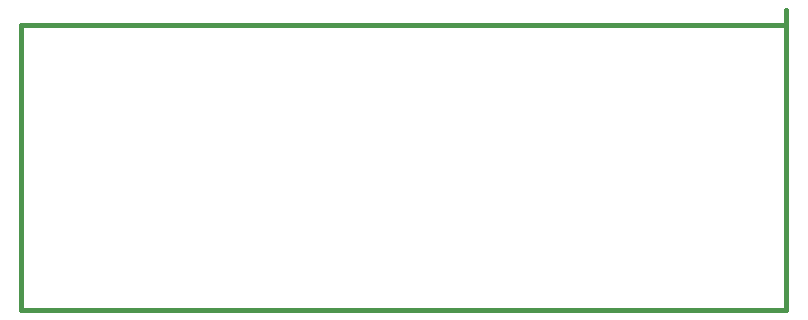
<source format=gbr>
G04 (created by PCBNEW-RS274X (2012-01-19 BZR 3256)-stable) date Thu 07 Mar 2013 02:54:08 AM COT*
G01*
G70*
G90*
%MOIN*%
G04 Gerber Fmt 3.4, Leading zero omitted, Abs format*
%FSLAX34Y34*%
G04 APERTURE LIST*
%ADD10C,0.006000*%
%ADD11C,0.015000*%
G04 APERTURE END LIST*
G54D10*
G54D11*
X44250Y-31250D02*
X44500Y-31250D01*
X44250Y-21750D02*
X44250Y-31250D01*
X69750Y-21750D02*
X69750Y-22000D01*
X44250Y-21750D02*
X69750Y-21750D01*
X69750Y-31250D02*
X44250Y-31250D01*
X69750Y-21250D02*
X69750Y-31250D01*
M02*

</source>
